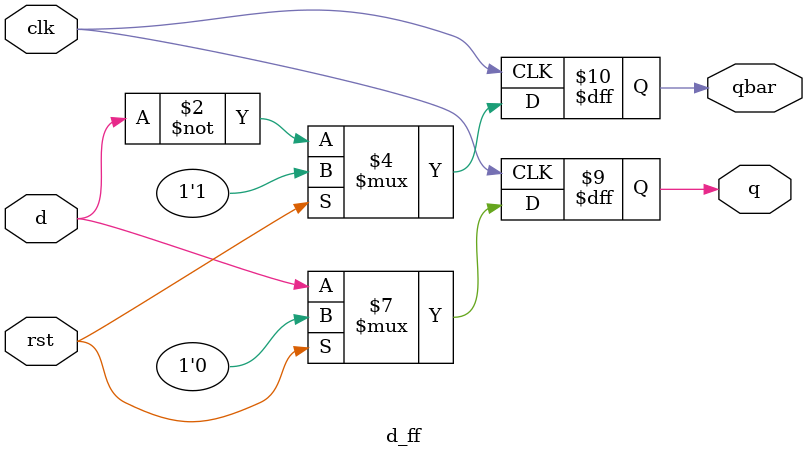
<source format=v>
`timescale 1ns / 1ps


module d_ff(clk,rst,d,q,qbar );
input clk,rst,d;
output reg q,qbar;
always@(posedge clk)
if(rst)
begin
q<=0;qbar<=1;
end
else
begin
q<=d;qbar<= ~d;
end
endmodule

</source>
